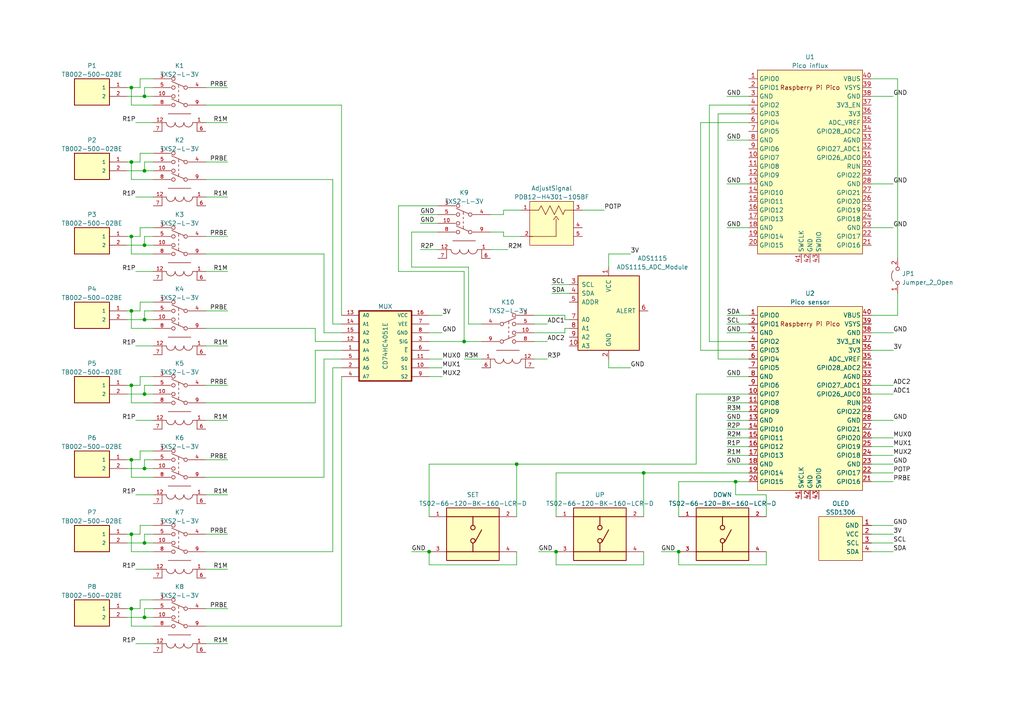
<source format=kicad_sch>
(kicad_sch (version 20230121) (generator eeschema)
  (paper "A4")
  (lib_symbols
    (symbol "CD74HC4051E:CD74HC4051E" (pin_names (offset 1.016))
      (property "Reference" "U" (at -7.62 11.43 0))
      (property "Value" "CD74HC4051E" (at -7.62 -15.24 0))
      (symbol "CD74HC4051E_0_0"
        (rectangle (start -8.89 8.89) (end 6.35 -11.43) (stroke (width 0.41)) (fill (type background)))
        (pin bidirectional line (at -13.97 -2.54 0) (length 5.08) (name "A4") (number "1"))
        (pin input line (at 11.43 -7.62 180) (length 5.08) (name "S1") (number "10"))
        (pin input line (at 11.43 -5.08 180) (length 5.08) (name "S0") (number "11"))
        (pin bidirectional line (at -13.97 0 0) (length 5.08) (name "A3") (number "12"))
        (pin bidirectional line (at -13.97 7.62 0) (length 5.08) (name "A0") (number "13"))
        (pin bidirectional line (at -13.97 5.08 0) (length 5.08) (name "A1") (number "14"))
        (pin bidirectional line (at -13.97 2.54 0) (length 5.08) (name "A2") (number "15"))
        (pin power_in line (at 11.43 7.62 180) (length 5.08) (name "VCC") (number "16"))
        (pin bidirectional line (at -13.97 -7.62 0) (length 5.08) (name "A6") (number "2"))
        (pin bidirectional line (at -13.97 -10.16 0) (length 5.08) (name "A7") (number "4"))
        (pin bidirectional line (at -13.97 -5.08 0) (length 5.08) (name "A5") (number "5"))
        (pin input line (at 11.43 -2.54 180) (length 5.08) (name "~{E}") (number "6"))
        (pin power_in line (at 11.43 5.08 180) (length 5.08) (name "VEE") (number "7"))
        (pin power_in line (at 11.43 2.54 180) (length 5.08) (name "GND") (number "8"))
        (pin input line (at 11.43 -10.16 180) (length 5.08) (name "S2") (number "9"))
      )
      (symbol "CD74HC4051E_1_0"
        (pin bidirectional line (at 11.43 0 180) (length 5.08) (name "SIG") (number "3"))
      )
    )
    (symbol "Charleslabs_Parts:ADS1115_ADC_Module" (pin_names (offset 1.016))
      (property "Reference" "A" (at -8.89 11.43 0))
      (property "Value" "ADS1115_ADC_Module" (at 12.7 11.43 0))
      (symbol "ADS1115_ADC_Module_0_1"
        (rectangle (start -8.89 10.16) (end 8.89 -11.43) (stroke (width 0.254)) (fill (type background)))
      )
      (symbol "ADS1115_ADC_Module_1_1"
        (pin power_in line (at 0 12.7 270) (length 2.54) (name "VCC") (number "1"))
        (pin input line (at -11.43 -10.16 0) (length 2.54) (name "A3") (number "10"))
        (pin power_in line (at 0 -13.97 90) (length 2.54) (name "GND") (number "2"))
        (pin input line (at -11.43 7.62 0) (length 2.54) (name "SCL") (number "3"))
        (pin bidirectional line (at -11.43 5.08 0) (length 2.54) (name "SDA") (number "4"))
        (pin input line (at -11.43 2.54 0) (length 2.54) (name "ADDR") (number "5"))
        (pin output line (at 11.43 0 180) (length 2.54) (name "ALERT") (number "6"))
        (pin input line (at -11.43 -2.54 0) (length 2.54) (name "A0") (number "7"))
        (pin input line (at -11.43 -5.08 0) (length 2.54) (name "A1") (number "8"))
        (pin input line (at -11.43 -7.62 0) (length 2.54) (name "A2") (number "9"))
      )
    )
    (symbol "Jumper:Jumper_2_Open" (pin_names (offset 0) hide)
      (property "Reference" "JP" (at 0 2.794 0))
      (property "Value" "Jumper_2_Open" (at 0 -2.286 0))
      (symbol "Jumper_2_Open_0_0"
        (circle (center -2.032 0) (radius 0.508))
        (circle (center 2.032 0) (radius 0.508))
      )
      (symbol "Jumper_2_Open_0_1"
        (arc (start 1.524 1.27) (mid 0 1.778) (end -1.524 1.27))
      )
      (symbol "Jumper_2_Open_1_1"
        (pin passive line (at -5.08 0 0) (length 2.54) (name "A") (number "1"))
        (pin passive line (at 5.08 0 180) (length 2.54) (name "B") (number "2"))
      )
    )
    (symbol "MCU_RaspberryPi_and_Boards:Pico"
      (property "Reference" "U" (at -13.97 27.94 0))
      (property "Value" "Pico" (at 0 19.05 0))
      (symbol "Pico_0_0"
        (text "Raspberry Pi Pico" (at 0 21.59 0) (effects (font (size 1.27 1.27))))
      )
      (symbol "Pico_0_1"
        (rectangle (start -15.24 26.67) (end 15.24 -26.67) (fill (type background)))
      )
      (symbol "Pico_1_1"
        (pin bidirectional line (at -17.78 24.13 0) (length 2.54) (name "GPIO0") (number "1"))
        (pin bidirectional line (at -17.78 1.27 0) (length 2.54) (name "GPIO7") (number "10"))
        (pin bidirectional line (at -17.78 -1.27 0) (length 2.54) (name "GPIO8") (number "11"))
        (pin bidirectional line (at -17.78 -3.81 0) (length 2.54) (name "GPIO9") (number "12"))
        (pin power_in line (at -17.78 -6.35 0) (length 2.54) (name "GND") (number "13"))
        (pin bidirectional line (at -17.78 -8.89 0) (length 2.54) (name "GPIO10") (number "14"))
        (pin bidirectional line (at -17.78 -11.43 0) (length 2.54) (name "GPIO11") (number "15"))
        (pin bidirectional line (at -17.78 -13.97 0) (length 2.54) (name "GPIO12") (number "16"))
        (pin bidirectional line (at -17.78 -16.51 0) (length 2.54) (name "GPIO13") (number "17"))
        (pin power_in line (at -17.78 -19.05 0) (length 2.54) (name "GND") (number "18"))
        (pin bidirectional line (at -17.78 -21.59 0) (length 2.54) (name "GPIO14") (number "19"))
        (pin bidirectional line (at -17.78 21.59 0) (length 2.54) (name "GPIO1") (number "2"))
        (pin bidirectional line (at -17.78 -24.13 0) (length 2.54) (name "GPIO15") (number "20"))
        (pin bidirectional line (at 17.78 -24.13 180) (length 2.54) (name "GPIO16") (number "21"))
        (pin bidirectional line (at 17.78 -21.59 180) (length 2.54) (name "GPIO17") (number "22"))
        (pin power_in line (at 17.78 -19.05 180) (length 2.54) (name "GND") (number "23"))
        (pin bidirectional line (at 17.78 -16.51 180) (length 2.54) (name "GPIO18") (number "24"))
        (pin bidirectional line (at 17.78 -13.97 180) (length 2.54) (name "GPIO19") (number "25"))
        (pin bidirectional line (at 17.78 -11.43 180) (length 2.54) (name "GPIO20") (number "26"))
        (pin bidirectional line (at 17.78 -8.89 180) (length 2.54) (name "GPIO21") (number "27"))
        (pin power_in line (at 17.78 -6.35 180) (length 2.54) (name "GND") (number "28"))
        (pin bidirectional line (at 17.78 -3.81 180) (length 2.54) (name "GPIO22") (number "29"))
        (pin power_in line (at -17.78 19.05 0) (length 2.54) (name "GND") (number "3"))
        (pin input line (at 17.78 -1.27 180) (length 2.54) (name "RUN") (number "30"))
        (pin bidirectional line (at 17.78 1.27 180) (length 2.54) (name "GPIO26_ADC0") (number "31"))
        (pin bidirectional line (at 17.78 3.81 180) (length 2.54) (name "GPIO27_ADC1") (number "32"))
        (pin power_in line (at 17.78 6.35 180) (length 2.54) (name "AGND") (number "33"))
        (pin bidirectional line (at 17.78 8.89 180) (length 2.54) (name "GPIO28_ADC2") (number "34"))
        (pin power_in line (at 17.78 11.43 180) (length 2.54) (name "ADC_VREF") (number "35"))
        (pin power_in line (at 17.78 13.97 180) (length 2.54) (name "3V3") (number "36"))
        (pin input line (at 17.78 16.51 180) (length 2.54) (name "3V3_EN") (number "37"))
        (pin bidirectional line (at 17.78 19.05 180) (length 2.54) (name "GND") (number "38"))
        (pin power_in line (at 17.78 21.59 180) (length 2.54) (name "VSYS") (number "39"))
        (pin bidirectional line (at -17.78 16.51 0) (length 2.54) (name "GPIO2") (number "4"))
        (pin power_in line (at 17.78 24.13 180) (length 2.54) (name "VBUS") (number "40"))
        (pin input line (at -2.54 -29.21 90) (length 2.54) (name "SWCLK") (number "41"))
        (pin power_in line (at 0 -29.21 90) (length 2.54) (name "GND") (number "42"))
        (pin bidirectional line (at 2.54 -29.21 90) (length 2.54) (name "SWDIO") (number "43"))
        (pin bidirectional line (at -17.78 13.97 0) (length 2.54) (name "GPIO3") (number "5"))
        (pin bidirectional line (at -17.78 11.43 0) (length 2.54) (name "GPIO4") (number "6"))
        (pin bidirectional line (at -17.78 8.89 0) (length 2.54) (name "GPIO5") (number "7"))
        (pin power_in line (at -17.78 6.35 0) (length 2.54) (name "GND") (number "8"))
        (pin bidirectional line (at -17.78 3.81 0) (length 2.54) (name "GPIO6") (number "9"))
      )
    )
    (symbol "SSD1306-128x64_OLED:SSD1306" (pin_names (offset 1.016))
      (property "Reference" "Brd" (at 0 -3.81 0))
      (property "Value" "SSD1306" (at 0 -1.27 0))
      (symbol "SSD1306_0_1"
        (rectangle (start -6.35 6.35) (end 6.35 -6.35) (fill (type background)))
      )
      (symbol "SSD1306_1_1"
        (pin input line (at -3.81 8.89 270) (length 2.54) (name "GND") (number "1"))
        (pin input line (at -1.27 8.89 270) (length 2.54) (name "VCC") (number "2"))
        (pin input line (at 1.27 8.89 270) (length 2.54) (name "SCL") (number "3"))
        (pin input line (at 3.81 8.89 270) (length 2.54) (name "SDA") (number "4"))
      )
    )
    (symbol "TB002-500-02BE:TB002-500-02BE" (pin_names (offset 1.016))
      (property "Reference" "J" (at -5.58 5.08 0))
      (property "Value" "TB002-500-02BE" (at -5.08 -5.08 0))
      (symbol "TB002-500-02BE_0_0"
        (rectangle (start -5.08 -2.54) (end 5.08 5.08) (stroke (width 0.254)) (fill (type background)))
        (pin passive line (at -10.16 2.54 0) (length 5.08) (name "1") (number "1"))
        (pin passive line (at -10.16 0 0) (length 5.08) (name "2") (number "2"))
      )
    )
    (symbol "TS02-66-120-BK-160-LCR-D:TS02-66-120-BK-160-LCR-D" (pin_names (offset 1.016))
      (property "Reference" "S" (at -7.62 8.382 0))
      (property "Value" "TS02-66-120-BK-160-LCR-D" (at -7.62 -8.382 0))
      (symbol "TS02-66-120-BK-160-LCR-D_0_0"
        (rectangle (start -7.62 -7.62) (end 7.62 7.62) (stroke (width 0.254)) (fill (type background)))
        (circle (center 0 -1.905) (radius 0.635) (stroke (width 0.254)))
        (polyline (pts (xy 0 -5.08) (xy -7.62 -5.08)) (stroke (width 0.254)))
        (polyline (pts (xy 0 -5.08) (xy 7.62 -5.08)) (stroke (width 0.254)))
        (polyline (pts (xy 0 -2.54) (xy 0 -5.08)) (stroke (width 0.254)))
        (polyline (pts (xy 0 5.08) (xy -7.62 5.08)) (stroke (width 0.254)))
        (polyline (pts (xy 0 5.08) (xy 0 2.54)) (stroke (width 0.254)))
        (polyline (pts (xy 0 5.08) (xy 7.62 5.08)) (stroke (width 0.254)))
        (polyline (pts (xy 0.635 -2.2225) (xy 2.54 1.27)) (stroke (width 0.254)))
        (circle (center 0 1.905) (radius 0.635) (stroke (width 0.254)))
        (pin passive line (at -12.7 5.08 0) (length 5.08) (name "~") (number "1"))
        (pin passive line (at 12.7 5.08 180) (length 5.08) (name "~") (number "2"))
        (pin passive line (at -12.7 -5.08 0) (length 5.08) (name "~") (number "3"))
        (pin passive line (at 12.7 -5.08 180) (length 5.08) (name "~") (number "4"))
      )
    )
    (symbol "dtdp-relay-txs2-l-3v:TXS2-L-3V" (pin_names (offset 1.016))
      (property "Reference" "K" (at 0 7.62 0))
      (property "Value" "TXS2-L-3V" (at 0 10.16 0))
      (symbol "TXS2-L-3V_1_1"
        (polyline (pts (xy 5.08 -10.16) (xy 5.08 -12.7)))
        (polyline (pts (xy 8.89 -4.826) (xy 12.446 -3.302)))
        (polyline (pts (xy 8.89 0.254) (xy 12.446 1.778)))
        (polyline (pts (xy 10.414 -3.302) (xy 10.414 -4.064)))
        (polyline (pts (xy 10.414 -2.032) (xy 10.414 -2.54)))
        (polyline (pts (xy 10.414 -0.762) (xy 10.414 -1.27)))
        (polyline (pts (xy 10.414 0.762) (xy 10.414 0)))
        (polyline (pts (xy 13.462 -7.62) (xy 6.858 -7.62)))
        (polyline (pts (xy 15.24 -10.16) (xy 15.24 -12.7)))
        (arc (start 6.35 -10.16) (mid 7.62 -11.4245) (end 8.89 -10.16))
        (circle (center 8.382 -5.08) (radius 0.508))
        (circle (center 8.382 0) (radius 0.508))
        (arc (start 8.89 -10.16) (mid 10.16 -11.4245) (end 11.43 -10.16))
        (arc (start 11.43 -10.16) (mid 12.7 -11.4245) (end 13.97 -10.16))
        (circle (center 11.938 -5.08) (radius 0.508))
        (circle (center 11.938 -2.54) (radius 0.508))
        (circle (center 11.938 0) (radius 0.508))
        (circle (center 11.938 2.54) (radius 0.508))
        (pin passive line (at 2.54 -10.16 0) (length 3.81) (name "SET+") (number "1"))
        (pin passive line (at 17.78 -2.54 180) (length 5.08) (name "10") (number "10"))
        (pin passive line (at 17.78 -10.16 180) (length 3.81) (name "RESET+") (number "12"))
        (pin passive line (at 17.78 2.54 180) (length 5.08) (name "3") (number "3"))
        (pin passive line (at 2.54 0 0) (length 5.08) (name "4") (number "4"))
        (pin passive line (at 17.78 0 180) (length 5.08) (name "5") (number "5"))
        (pin passive line (at 2.54 -12.7 0) (length 2.54) (name "SET-") (number "6"))
        (pin passive line (at 17.78 -12.7 180) (length 2.54) (name "RESET-") (number "7"))
        (pin passive line (at 17.78 -5.08 180) (length 5.08) (name "8") (number "8"))
        (pin passive line (at 2.54 -5.08 0) (length 5.08) (name "9") (number "9"))
      )
    )
    (symbol "pot-1m:PDB12-H4301-105BF" (pin_names (offset 1.016))
      (property "Reference" "VR" (at 0 5.08 0))
      (property "Value" "PDB12-H4301-105BF" (at 0 7.62 0))
      (symbol "PDB12-H4301-105BF_1_1"
        (polyline (pts (xy 7.62 0) (xy 5.08 0)))
        (polyline (pts (xy 7.62 0) (xy 8.382 1.27)))
        (polyline (pts (xy 8.382 1.27) (xy 9.652 -1.27)))
        (polyline (pts (xy 9.652 -1.27) (xy 10.922 1.27)))
        (polyline (pts (xy 10.922 1.27) (xy 12.192 -1.27)))
        (polyline (pts (xy 12.192 -1.27) (xy 13.462 1.27)))
        (polyline (pts (xy 12.7 -7.62) (xy 5.08 -7.62)))
        (polyline (pts (xy 12.7 -2.54) (xy 12.7 -7.62)))
        (polyline (pts (xy 12.7 -1.778) (xy 11.938 -2.794)))
        (polyline (pts (xy 12.7 -1.778) (xy 13.462 -2.794)))
        (polyline (pts (xy 13.462 1.27) (xy 14.732 -1.27)))
        (polyline (pts (xy 14.732 -1.27) (xy 15.24 0)))
        (polyline (pts (xy 15.24 0) (xy 17.78 0)))
        (rectangle (start 5.08 2.54) (end 17.78 -10.16) (fill (type background)))
        (pin unspecified line (at 2.54 0 0) (length 2.54) (name "1") (number "1"))
        (pin unspecified line (at 2.54 -7.62 0) (length 3.302) (name "2") (number "2"))
        (pin unspecified line (at 20.32 0 180) (length 2.54) (name "3") (number "3"))
        (pin unspecified line (at 20.32 -5.08 180) (length 2.54) (name "MNT_1") (number "4"))
        (pin unspecified line (at 20.32 -7.62 180) (length 2.54) (name "MNT_2") (number "5"))
      )
    )
  )
  (junction (at 196.85 160.02))
  (junction (at 41.91 179.07))
  (junction (at 38.1 111.76))
  (junction (at 41.91 49.53))
  (junction (at 38.1 46.99))
  (junction (at 134.62 99.06))
  (junction (at 38.1 154.94))
  (junction (at 161.29 160.02))
  (junction (at 41.91 157.48))
  (junction (at 38.1 90.17))
  (junction (at 38.1 68.58))
  (junction (at 38.1 133.35))
  (junction (at 41.91 135.89))
  (junction (at 41.91 92.71))
  (junction (at 41.91 27.94))
  (junction (at 186.69 137.16))
  (junction (at 38.1 176.53))
  (junction (at 38.1 25.4))
  (junction (at 149.86 134.62))
  (junction (at 213.36 139.7))
  (junction (at 41.91 114.3))
  (junction (at 124.46 160.02))
  (junction (at 41.91 71.12))
  (wire (pts (xy 44.45 30.48) (xy 38.1 30.48)))
  (wire (pts (xy 203.2 101.6) (xy 203.2 35.56)))
  (wire (pts (xy 66.04 90.17) (xy 59.69 90.17)))
  (wire (pts (xy 44.45 121.92) (xy 39.37 121.92)))
  (wire (pts (xy 66.04 100.33) (xy 59.69 100.33)))
  (wire (pts (xy 41.91 68.58) (xy 41.91 71.12)))
  (wire (pts (xy 41.91 46.99) (xy 41.91 49.53)))
  (wire (pts (xy 44.45 109.22) (xy 40.64 109.22)))
  (wire (pts (xy 44.45 111.76) (xy 41.91 111.76)))
  (wire (pts (xy 66.04 35.56) (xy 59.69 35.56)))
  (wire (pts (xy 161.29 160.02) (xy 161.29 163.83)))
  (wire (pts (xy 142.24 67.31) (xy 146.05 67.31)))
  (wire (pts (xy 96.52 106.68) (xy 96.52 160.02)))
  (wire (pts (xy 44.45 44.45) (xy 40.64 44.45)))
  (wire (pts (xy 252.73 134.62) (xy 259.08 134.62)))
  (wire (pts (xy 59.69 52.07) (xy 96.52 52.07)))
  (wire (pts (xy 44.45 73.66) (xy 38.1 73.66)))
  (wire (pts (xy 252.73 121.92) (xy 259.08 121.92)))
  (wire (pts (xy 210.82 129.54) (xy 217.17 129.54)))
  (wire (pts (xy 93.98 138.43) (xy 93.98 104.14)))
  (wire (pts (xy 208.28 33.02) (xy 217.17 33.02)))
  (wire (pts (xy 36.83 157.48) (xy 41.91 157.48)))
  (wire (pts (xy 210.82 127) (xy 217.17 127)))
  (wire (pts (xy 40.64 66.04) (xy 40.64 68.58)))
  (wire (pts (xy 99.06 181.61) (xy 59.69 181.61)))
  (wire (pts (xy 66.04 176.53) (xy 59.69 176.53)))
  (wire (pts (xy 38.1 95.25) (xy 38.1 90.17)))
  (wire (pts (xy 96.52 93.98) (xy 99.06 93.98)))
  (wire (pts (xy 151.13 60.96) (xy 146.05 60.96)))
  (wire (pts (xy 210.82 134.62) (xy 217.17 134.62)))
  (wire (pts (xy 210.82 116.84) (xy 217.17 116.84)))
  (wire (pts (xy 41.91 114.3) (xy 44.45 114.3)))
  (wire (pts (xy 119.38 160.02) (xy 124.46 160.02)))
  (wire (pts (xy 252.73 137.16) (xy 259.08 137.16)))
  (wire (pts (xy 41.91 71.12) (xy 44.45 71.12)))
  (wire (pts (xy 210.82 27.94) (xy 217.17 27.94)))
  (wire (pts (xy 44.45 143.51) (xy 39.37 143.51)))
  (wire (pts (xy 154.94 93.98) (xy 158.75 93.98)))
  (wire (pts (xy 38.1 138.43) (xy 38.1 133.35)))
  (wire (pts (xy 210.82 132.08) (xy 217.17 132.08)))
  (wire (pts (xy 41.91 176.53) (xy 41.91 179.07)))
  (wire (pts (xy 59.69 116.84) (xy 91.44 116.84)))
  (wire (pts (xy 151.13 68.58) (xy 146.05 68.58)))
  (wire (pts (xy 44.45 100.33) (xy 39.37 100.33)))
  (wire (pts (xy 149.86 134.62) (xy 149.86 149.86)))
  (wire (pts (xy 160.02 85.09) (xy 165.1 85.09)))
  (wire (pts (xy 40.64 152.4) (xy 40.64 154.94)))
  (wire (pts (xy 66.04 133.35) (xy 59.69 133.35)))
  (wire (pts (xy 163.83 95.25) (xy 165.1 95.25)))
  (wire (pts (xy 119.38 67.31) (xy 119.38 77.47)))
  (wire (pts (xy 124.46 91.44) (xy 128.27 91.44)))
  (wire (pts (xy 40.64 111.76) (xy 38.1 111.76)))
  (wire (pts (xy 124.46 160.02) (xy 124.46 163.83)))
  (wire (pts (xy 210.82 53.34) (xy 217.17 53.34)))
  (wire (pts (xy 93.98 104.14) (xy 99.06 104.14)))
  (wire (pts (xy 66.04 68.58) (xy 59.69 68.58)))
  (wire (pts (xy 146.05 60.96) (xy 146.05 62.23)))
  (wire (pts (xy 44.45 154.94) (xy 41.91 154.94)))
  (wire (pts (xy 44.45 186.69) (xy 39.37 186.69)))
  (wire (pts (xy 40.64 46.99) (xy 38.1 46.99)))
  (wire (pts (xy 210.82 93.98) (xy 217.17 93.98)))
  (wire (pts (xy 93.98 96.52) (xy 99.06 96.52)))
  (wire (pts (xy 38.1 68.58) (xy 36.83 68.58)))
  (wire (pts (xy 121.92 64.77) (xy 127 64.77)))
  (wire (pts (xy 149.86 160.02) (xy 149.86 163.83)))
  (wire (pts (xy 135.89 77.47) (xy 135.89 93.98)))
  (wire (pts (xy 191.77 160.02) (xy 196.85 160.02)))
  (wire (pts (xy 119.38 77.47) (xy 135.89 77.47)))
  (wire (pts (xy 252.73 111.76) (xy 259.08 111.76)))
  (wire (pts (xy 38.1 90.17) (xy 36.83 90.17)))
  (wire (pts (xy 205.74 99.06) (xy 205.74 30.48)))
  (wire (pts (xy 161.29 149.86) (xy 161.29 137.16)))
  (wire (pts (xy 134.62 104.14) (xy 139.7 104.14)))
  (wire (pts (xy 252.73 152.4) (xy 259.08 152.4)))
  (wire (pts (xy 96.52 52.07) (xy 96.52 93.98)))
  (wire (pts (xy 41.91 135.89) (xy 44.45 135.89)))
  (wire (pts (xy 93.98 73.66) (xy 93.98 96.52)))
  (wire (pts (xy 38.1 30.48) (xy 38.1 25.4)))
  (wire (pts (xy 154.94 104.14) (xy 158.75 104.14)))
  (wire (pts (xy 40.64 90.17) (xy 38.1 90.17)))
  (wire (pts (xy 66.04 78.74) (xy 59.69 78.74)))
  (wire (pts (xy 168.91 60.96) (xy 175.26 60.96)))
  (wire (pts (xy 40.64 133.35) (xy 38.1 133.35)))
  (wire (pts (xy 41.91 27.94) (xy 44.45 27.94)))
  (wire (pts (xy 44.45 46.99) (xy 41.91 46.99)))
  (wire (pts (xy 210.82 121.92) (xy 217.17 121.92)))
  (wire (pts (xy 99.06 91.44) (xy 99.06 30.48)))
  (wire (pts (xy 196.85 149.86) (xy 196.85 139.7)))
  (wire (pts (xy 41.91 90.17) (xy 41.91 92.71)))
  (wire (pts (xy 66.04 46.99) (xy 59.69 46.99)))
  (wire (pts (xy 44.45 68.58) (xy 41.91 68.58)))
  (wire (pts (xy 44.45 152.4) (xy 40.64 152.4)))
  (wire (pts (xy 127 67.31) (xy 119.38 67.31)))
  (wire (pts (xy 222.25 163.83) (xy 196.85 163.83)))
  (wire (pts (xy 176.53 77.47) (xy 176.53 73.66)))
  (wire (pts (xy 44.45 133.35) (xy 41.91 133.35)))
  (wire (pts (xy 252.73 127) (xy 259.08 127)))
  (wire (pts (xy 252.73 139.7) (xy 259.08 139.7)))
  (wire (pts (xy 121.92 72.39) (xy 127 72.39)))
  (wire (pts (xy 201.93 134.62) (xy 201.93 114.3)))
  (wire (pts (xy 156.21 160.02) (xy 161.29 160.02)))
  (wire (pts (xy 196.85 160.02) (xy 196.85 163.83)))
  (wire (pts (xy 40.64 154.94) (xy 38.1 154.94)))
  (wire (pts (xy 66.04 57.15) (xy 59.69 57.15)))
  (wire (pts (xy 142.24 72.39) (xy 147.32 72.39)))
  (wire (pts (xy 176.53 104.14) (xy 176.53 106.68)))
  (wire (pts (xy 38.1 116.84) (xy 38.1 111.76)))
  (wire (pts (xy 66.04 25.4) (xy 59.69 25.4)))
  (wire (pts (xy 252.73 114.3) (xy 259.08 114.3)))
  (wire (pts (xy 41.91 25.4) (xy 41.91 27.94)))
  (wire (pts (xy 252.73 96.52) (xy 259.08 96.52)))
  (wire (pts (xy 121.92 62.23) (xy 127 62.23)))
  (wire (pts (xy 210.82 109.22) (xy 217.17 109.22)))
  (wire (pts (xy 40.64 176.53) (xy 38.1 176.53)))
  (wire (pts (xy 41.91 111.76) (xy 41.91 114.3)))
  (wire (pts (xy 217.17 104.14) (xy 208.28 104.14)))
  (wire (pts (xy 41.91 92.71) (xy 44.45 92.71)))
  (wire (pts (xy 124.46 149.86) (xy 124.46 134.62)))
  (wire (pts (xy 44.45 116.84) (xy 38.1 116.84)))
  (wire (pts (xy 252.73 132.08) (xy 259.08 132.08)))
  (wire (pts (xy 38.1 154.94) (xy 36.83 154.94)))
  (wire (pts (xy 154.94 91.44) (xy 163.83 91.44)))
  (wire (pts (xy 252.73 66.04) (xy 259.08 66.04)))
  (wire (pts (xy 59.69 73.66) (xy 93.98 73.66)))
  (wire (pts (xy 201.93 114.3) (xy 217.17 114.3)))
  (wire (pts (xy 210.82 66.04) (xy 217.17 66.04)))
  (wire (pts (xy 154.94 99.06) (xy 158.75 99.06)))
  (wire (pts (xy 149.86 163.83) (xy 124.46 163.83)))
  (wire (pts (xy 210.82 124.46) (xy 217.17 124.46)))
  (wire (pts (xy 38.1 160.02) (xy 38.1 154.94)))
  (wire (pts (xy 59.69 95.25) (xy 91.44 95.25)))
  (wire (pts (xy 203.2 35.56) (xy 217.17 35.56)))
  (wire (pts (xy 36.83 49.53) (xy 41.91 49.53)))
  (wire (pts (xy 44.45 138.43) (xy 38.1 138.43)))
  (wire (pts (xy 91.44 99.06) (xy 99.06 99.06)))
  (wire (pts (xy 210.82 96.52) (xy 217.17 96.52)))
  (wire (pts (xy 196.85 139.7) (xy 213.36 139.7)))
  (wire (pts (xy 142.24 62.23) (xy 146.05 62.23)))
  (wire (pts (xy 210.82 119.38) (xy 217.17 119.38)))
  (wire (pts (xy 213.36 139.7) (xy 217.17 139.7)))
  (wire (pts (xy 36.83 114.3) (xy 41.91 114.3)))
  (wire (pts (xy 91.44 116.84) (xy 91.44 101.6)))
  (wire (pts (xy 36.83 71.12) (xy 41.91 71.12)))
  (wire (pts (xy 66.04 121.92) (xy 59.69 121.92)))
  (wire (pts (xy 210.82 40.64) (xy 217.17 40.64)))
  (wire (pts (xy 40.64 87.63) (xy 40.64 90.17)))
  (wire (pts (xy 186.69 137.16) (xy 217.17 137.16)))
  (wire (pts (xy 163.83 96.52) (xy 163.83 95.25)))
  (wire (pts (xy 59.69 138.43) (xy 93.98 138.43)))
  (wire (pts (xy 252.73 160.02) (xy 259.08 160.02)))
  (wire (pts (xy 161.29 137.16) (xy 186.69 137.16)))
  (wire (pts (xy 124.46 109.22) (xy 128.27 109.22)))
  (wire (pts (xy 66.04 154.94) (xy 59.69 154.94)))
  (wire (pts (xy 213.36 139.7) (xy 213.36 143.51)))
  (wire (pts (xy 38.1 176.53) (xy 36.83 176.53)))
  (wire (pts (xy 41.91 154.94) (xy 41.91 157.48)))
  (wire (pts (xy 40.64 109.22) (xy 40.64 111.76)))
  (wire (pts (xy 44.45 66.04) (xy 40.64 66.04)))
  (wire (pts (xy 208.28 104.14) (xy 208.28 33.02)))
  (wire (pts (xy 41.91 133.35) (xy 41.91 135.89)))
  (wire (pts (xy 252.73 27.94) (xy 259.08 27.94)))
  (wire (pts (xy 44.45 176.53) (xy 41.91 176.53)))
  (wire (pts (xy 252.73 53.34) (xy 259.08 53.34)))
  (wire (pts (xy 38.1 111.76) (xy 36.83 111.76)))
  (wire (pts (xy 44.45 22.86) (xy 40.64 22.86)))
  (wire (pts (xy 124.46 99.06) (xy 134.62 99.06)))
  (wire (pts (xy 163.83 92.71) (xy 165.1 92.71)))
  (wire (pts (xy 222.25 160.02) (xy 222.25 163.83)))
  (wire (pts (xy 38.1 133.35) (xy 36.83 133.35)))
  (wire (pts (xy 176.53 106.68) (xy 182.88 106.68)))
  (wire (pts (xy 44.45 90.17) (xy 41.91 90.17)))
  (wire (pts (xy 66.04 111.76) (xy 59.69 111.76)))
  (wire (pts (xy 38.1 181.61) (xy 38.1 176.53)))
  (wire (pts (xy 146.05 68.58) (xy 146.05 67.31)))
  (wire (pts (xy 96.52 160.02) (xy 59.69 160.02)))
  (wire (pts (xy 38.1 25.4) (xy 36.83 25.4)))
  (wire (pts (xy 44.45 160.02) (xy 38.1 160.02)))
  (wire (pts (xy 134.62 78.74) (xy 115.57 78.74)))
  (wire (pts (xy 210.82 91.44) (xy 217.17 91.44)))
  (wire (pts (xy 40.64 25.4) (xy 38.1 25.4)))
  (wire (pts (xy 260.35 85.09) (xy 260.35 91.44)))
  (wire (pts (xy 154.94 96.52) (xy 163.83 96.52)))
  (wire (pts (xy 40.64 22.86) (xy 40.64 25.4)))
  (wire (pts (xy 44.45 52.07) (xy 38.1 52.07)))
  (wire (pts (xy 186.69 137.16) (xy 186.69 149.86)))
  (wire (pts (xy 186.69 163.83) (xy 161.29 163.83)))
  (wire (pts (xy 99.06 109.22) (xy 99.06 181.61)))
  (wire (pts (xy 38.1 52.07) (xy 38.1 46.99)))
  (wire (pts (xy 115.57 59.69) (xy 115.57 78.74)))
  (wire (pts (xy 44.45 25.4) (xy 41.91 25.4)))
  (wire (pts (xy 41.91 179.07) (xy 44.45 179.07)))
  (wire (pts (xy 40.64 130.81) (xy 40.64 133.35)))
  (wire (pts (xy 260.35 74.93) (xy 260.35 22.86)))
  (wire (pts (xy 134.62 99.06) (xy 139.7 99.06)))
  (wire (pts (xy 217.17 99.06) (xy 205.74 99.06)))
  (wire (pts (xy 44.45 35.56) (xy 39.37 35.56)))
  (wire (pts (xy 66.04 143.51) (xy 59.69 143.51)))
  (wire (pts (xy 163.83 91.44) (xy 163.83 92.71)))
  (wire (pts (xy 252.73 154.94) (xy 259.08 154.94)))
  (wire (pts (xy 66.04 165.1) (xy 59.69 165.1)))
  (wire (pts (xy 124.46 106.68) (xy 128.27 106.68)))
  (wire (pts (xy 134.62 99.06) (xy 134.62 78.74)))
  (wire (pts (xy 44.45 181.61) (xy 38.1 181.61)))
  (wire (pts (xy 66.04 186.69) (xy 59.69 186.69)))
  (wire (pts (xy 44.45 165.1) (xy 39.37 165.1)))
  (wire (pts (xy 252.73 129.54) (xy 259.08 129.54)))
  (wire (pts (xy 36.83 92.71) (xy 41.91 92.71)))
  (wire (pts (xy 40.64 173.99) (xy 40.64 176.53)))
  (wire (pts (xy 176.53 73.66) (xy 182.88 73.66)))
  (wire (pts (xy 260.35 91.44) (xy 252.73 91.44)))
  (wire (pts (xy 91.44 101.6) (xy 99.06 101.6)))
  (wire (pts (xy 160.02 82.55) (xy 165.1 82.55)))
  (wire (pts (xy 91.44 95.25) (xy 91.44 99.06)))
  (wire (pts (xy 124.46 104.14) (xy 128.27 104.14)))
  (wire (pts (xy 186.69 160.02) (xy 186.69 163.83)))
  (wire (pts (xy 149.86 134.62) (xy 201.93 134.62)))
  (wire (pts (xy 260.35 22.86) (xy 252.73 22.86)))
  (wire (pts (xy 222.25 149.86) (xy 222.25 143.51)))
  (wire (pts (xy 44.45 78.74) (xy 39.37 78.74)))
  (wire (pts (xy 41.91 157.48) (xy 44.45 157.48)))
  (wire (pts (xy 40.64 68.58) (xy 38.1 68.58)))
  (wire (pts (xy 252.73 157.48) (xy 259.08 157.48)))
  (wire (pts (xy 217.17 101.6) (xy 203.2 101.6)))
  (wire (pts (xy 135.89 93.98) (xy 139.7 93.98)))
  (wire (pts (xy 44.45 57.15) (xy 39.37 57.15)))
  (wire (pts (xy 127 59.69) (xy 115.57 59.69)))
  (wire (pts (xy 38.1 46.99) (xy 36.83 46.99)))
  (wire (pts (xy 205.74 30.48) (xy 217.17 30.48)))
  (wire (pts (xy 40.64 44.45) (xy 40.64 46.99)))
  (wire (pts (xy 38.1 73.66) (xy 38.1 68.58)))
  (wire (pts (xy 36.83 27.94) (xy 41.91 27.94)))
  (wire (pts (xy 36.83 179.07) (xy 41.91 179.07)))
  (wire (pts (xy 99.06 106.68) (xy 96.52 106.68)))
  (wire (pts (xy 252.73 101.6) (xy 259.08 101.6)))
  (wire (pts (xy 44.45 173.99) (xy 40.64 173.99)))
  (wire (pts (xy 44.45 130.81) (xy 40.64 130.81)))
  (wire (pts (xy 124.46 96.52) (xy 128.27 96.52)))
  (wire (pts (xy 99.06 30.48) (xy 59.69 30.48)))
  (wire (pts (xy 222.25 143.51) (xy 213.36 143.51)))
  (wire (pts (xy 44.45 87.63) (xy 40.64 87.63)))
  (wire (pts (xy 44.45 95.25) (xy 38.1 95.25)))
  (wire (pts (xy 124.46 134.62) (xy 149.86 134.62)))
  (wire (pts (xy 41.91 49.53) (xy 44.45 49.53)))
  (wire (pts (xy 36.83 135.89) (xy 41.91 135.89)))
  (label "PRBE" (at 259.08 139.7 0))
  (label "R3P" (at 210.82 116.84 0))
  (label "GND" (at 128.27 96.52 0))
  (label "SCL" (at 259.08 157.48 0))
  (label "GND" (at 210.82 121.92 0))
  (label "MUX2" (at 259.08 132.08 0))
  (label "GND" (at 259.08 53.34 0))
  (label "GND" (at 259.08 96.52 0))
  (label "R2M" (at 147.32 72.39 0))
  (label "R1M" (at 66.04 186.69 180))
  (label "SCL" (at 160.02 82.55 0))
  (label "PRBE" (at 66.04 46.99 180))
  (label "GND" (at 210.82 53.34 0))
  (label "3V" (at 128.27 91.44 0))
  (label "ADC1" (at 158.75 93.98 0))
  (label "R1P" (at 39.37 121.92 180))
  (label "SDA" (at 160.02 85.09 0))
  (label "R1P" (at 210.82 129.54 0))
  (label "R1P" (at 39.37 100.33 180))
  (label "PRBE" (at 66.04 133.35 180))
  (label "R1P" (at 39.37 57.15 180))
  (label "R1M" (at 66.04 78.74 180))
  (label "PRBE" (at 66.04 68.58 180))
  (label "R1M" (at 66.04 57.15 180))
  (label "3V" (at 259.08 154.94 0))
  (label "PRBE" (at 66.04 111.76 180))
  (label "MUX1" (at 128.27 106.68 0))
  (label "MUX1" (at 259.08 129.54 0))
  (label "R1M" (at 66.04 165.1 180))
  (label "R2P" (at 210.82 124.46 0))
  (label "SCL" (at 210.82 93.98 0))
  (label "R1M" (at 210.82 132.08 0))
  (label "GND" (at 259.08 66.04 0))
  (label "R1P" (at 39.37 165.1 180))
  (label "PRBE" (at 66.04 154.94 180))
  (label "GND" (at 210.82 109.22 0))
  (label "GND" (at 210.82 66.04 0))
  (label "R3M" (at 210.82 119.38 0))
  (label "POTP" (at 175.26 60.96 0))
  (label "GND" (at 156.21 160.02 0))
  (label "MUX0" (at 259.08 127 0))
  (label "R1M" (at 66.04 143.51 180))
  (label "R2M" (at 210.82 127 0))
  (label "GND" (at 259.08 27.94 0))
  (label "GND" (at 259.08 152.4 0))
  (label "ADC2" (at 259.08 111.76 0))
  (label "ADC2" (at 158.75 99.06 0))
  (label "R2P" (at 121.92 72.39 0))
  (label "3V" (at 182.88 73.66 0))
  (label "GND" (at 191.77 160.02 0))
  (label "R1P" (at 39.37 186.69 180))
  (label "PRBE" (at 66.04 90.17 180))
  (label "3V" (at 259.08 101.6 0))
  (label "MUX0" (at 128.27 104.14 0))
  (label "R1P" (at 39.37 78.74 180))
  (label "GND" (at 259.08 121.92 0))
  (label "SDA" (at 210.82 91.44 0))
  (label "GND" (at 259.08 134.62 0))
  (label "PRBE" (at 66.04 176.53 180))
  (label "GND" (at 210.82 96.52 0))
  (label "R1M" (at 66.04 35.56 180))
  (label "ADC1" (at 259.08 114.3 0))
  (label "POTP" (at 259.08 137.16 0))
  (label "GND" (at 210.82 134.62 0))
  (label "GND" (at 121.92 64.77 0))
  (label "MUX2" (at 128.27 109.22 0))
  (label "SDA" (at 259.08 160.02 0))
  (label "GND" (at 182.88 106.68 0))
  (label "R1P" (at 39.37 35.56 180))
  (label "R1M" (at 66.04 100.33 180))
  (label "R1M" (at 66.04 121.92 180))
  (label "R3M" (at 134.62 104.14 0))
  (label "R3P" (at 158.75 104.14 0))
  (label "GND" (at 210.82 27.94 0))
  (label "GND" (at 121.92 62.23 0))
  (label "PRBE" (at 66.04 25.4 180))
  (label "GND" (at 210.82 40.64 0))
  (label "GND" (at 119.38 160.02 0))
  (label "R1P" (at 39.37 143.51 180))
  (symbol (lib_id "dtdp-relay-txs2-l-3v:TXS2-L-3V") (at 62.23 46.99 0) (mirror y) (unit 1)
    (property "Reference" "K2" (at 52.07 40.64 0))
    (property "Value" "TXS2-L-3V" (at 52.07 43.18 0))
    (property "Footprint" "relay-dpdt-txs2-l-3v:Panasonic-TXS2-L-3V-MFG" (effects hide))
    (property "Datasheet" "https://www.panasonic-electric-works.com/pew/eu/downloads/ds_61022_en_txs.pdf" (effects hide))
    (property "ambient temperature range high" "+70°C" (effects hide))
    (property "ambient temperature range low" "-40°C" (effects hide))
    (property "automotive" "No" (effects hide))
    (property "category" "Relay" (effects hide))
    (property "coil current" "23.3mA" (effects hide))
    (property "coil power" "70mW" (effects hide))
    (property "coil resistance" "129Ω" (effects hide))
    (property "coil type" "Latching and Dual Coil" (effects hide))
    (property "coil voltage" "3V" (effects hide))
    (property "current rating" "1A" (effects hide))
    (property "device class L1" "Electromechanical" (effects hide))
    (property "device class L2" "Relays" (effects hide))
    (property "device class L3" "Signal Relays" (effects hide))
    (property "digikey description" "RELAY GEN PURPOSE DPDT 1A 3VDC" (effects hide))
    (property "digikey part number" "255-1899-ND" (effects hide))
    (property "height" "8.5mm" (effects hide))
    (property "lead free" "Yes" (effects hide))
    (property "library id" "4ebf0044635b4a95" (effects hide))
    (property "manufacturer" "Panasonic" (effects hide))
    (property "mouser description" "Low Signal Relays - PCB 2 Form C 2A 30VDC 3VDC" (effects hide))
    (property "mouser part number" "769-TXS2-L-3V" (effects hide))
    (property "number of contacts" "2" (effects hide))
    (property "package" "PTH_RELAY_15MM0_7MM4" (effects hide))
    (property "rohs" "Yes" (effects hide))
    (property "switching current" "1A" (effects hide))
    (property "switching power" "30W" (effects hide))
    (property "throw configuration" "DPDT" (effects hide))
  )
  (symbol (lib_id "TB002-500-02BE:TB002-500-02BE") (at 26.67 92.71 0) (mirror y) (unit 1)
    (property "Reference" "P4" (at 26.67 83.82 0))
    (property "Value" "TB002-500-02BE" (at 26.67 86.36 0))
    (property "Footprint" "TB002-500-02BE:CUI_TB002-500-02BE" (effects hide))
    (property "MANUFACTURER" "CUI" (effects hide))
  )
  (symbol (lib_id "Jumper:Jumper_2_Open") (at 260.35 80.01 90) (unit 1)
    (property "Reference" "JP1" (at 261.62 79.375 90) (effects (justify right)))
    (property "Value" "Jumper_2_Open" (at 261.62 81.915 90) (effects (justify right)))
    (property "Footprint" "Connector_PinHeader_2.54mm:PinHeader_1x02_P2.54mm_Vertical" (effects hide))
  )
  (symbol (lib_id "CD74HC4051E:CD74HC4051E") (at 113.03 99.06 0) (unit 1)
    (property "Reference" "MUX" (at 111.76 88.9 0))
    (property "Value" "CD74HC4051E" (at 111.76 100.33 90))
    (property "Footprint" "CD74HC4051E:DIP794W45P254L1969H508Q16" (effects hide))
  )
  (symbol (lib_id "dtdp-relay-txs2-l-3v:TXS2-L-3V") (at 62.23 154.94 0) (mirror y) (unit 1)
    (property "Reference" "K7" (at 52.07 148.59 0))
    (property "Value" "TXS2-L-3V" (at 52.07 151.13 0))
    (property "Footprint" "relay-dpdt-txs2-l-3v:Panasonic-TXS2-L-3V-MFG" (effects hide))
    (property "Datasheet" "https://www.panasonic-electric-works.com/pew/eu/downloads/ds_61022_en_txs.pdf" (effects hide))
    (property "ambient temperature range high" "+70°C" (effects hide))
    (property "ambient temperature range low" "-40°C" (effects hide))
    (property "automotive" "No" (effects hide))
    (property "category" "Relay" (effects hide))
    (property "coil current" "23.3mA" (effects hide))
    (property "coil power" "70mW" (effects hide))
    (property "coil resistance" "129Ω" (effects hide))
    (property "coil type" "Latching and Dual Coil" (effects hide))
    (property "coil voltage" "3V" (effects hide))
    (property "current rating" "1A" (effects hide))
    (property "device class L1" "Electromechanical" (effects hide))
    (property "device class L2" "Relays" (effects hide))
    (property "device class L3" "Signal Relays" (effects hide))
    (property "digikey description" "RELAY GEN PURPOSE DPDT 1A 3VDC" (effects hide))
    (property "digikey part number" "255-1899-ND" (effects hide))
    (property "height" "8.5mm" (effects hide))
    (property "lead free" "Yes" (effects hide))
    (property "library id" "4ebf0044635b4a95" (effects hide))
    (property "manufacturer" "Panasonic" (effects hide))
    (property "mouser description" "Low Signal Relays - PCB 2 Form C 2A 30VDC 3VDC" (effects hide))
    (property "mouser part number" "769-TXS2-L-3V" (effects hide))
    (property "number of contacts" "2" (effects hide))
    (property "package" "PTH_RELAY_15MM0_7MM4" (effects hide))
    (property "rohs" "Yes" (effects hide))
    (property "switching current" "1A" (effects hide))
    (property "switching power" "30W" (effects hide))
    (property "throw configuration" "DPDT" (effects hide))
  )
  (symbol (lib_id "dtdp-relay-txs2-l-3v:TXS2-L-3V") (at 62.23 176.53 0) (mirror y) (unit 1)
    (property "Reference" "K8" (at 52.07 170.18 0))
    (property "Value" "TXS2-L-3V" (at 52.07 172.72 0))
    (property "Footprint" "relay-dpdt-txs2-l-3v:Panasonic-TXS2-L-3V-MFG" (effects hide))
    (property "Datasheet" "https://www.panasonic-electric-works.com/pew/eu/downloads/ds_61022_en_txs.pdf" (effects hide))
    (property "ambient temperature range high" "+70°C" (effects hide))
    (property "ambient temperature range low" "-40°C" (effects hide))
    (property "automotive" "No" (effects hide))
    (property "category" "Relay" (effects hide))
    (property "coil current" "23.3mA" (effects hide))
    (property "coil power" "70mW" (effects hide))
    (property "coil resistance" "129Ω" (effects hide))
    (property "coil type" "Latching and Dual Coil" (effects hide))
    (property "coil voltage" "3V" (effects hide))
    (property "current rating" "1A" (effects hide))
    (property "device class L1" "Electromechanical" (effects hide))
    (property "device class L2" "Relays" (effects hide))
    (property "device class L3" "Signal Relays" (effects hide))
    (property "digikey description" "RELAY GEN PURPOSE DPDT 1A 3VDC" (effects hide))
    (property "digikey part number" "255-1899-ND" (effects hide))
    (property "height" "8.5mm" (effects hide))
    (property "lead free" "Yes" (effects hide))
    (property "library id" "4ebf0044635b4a95" (effects hide))
    (property "manufacturer" "Panasonic" (effects hide))
    (property "mouser description" "Low Signal Relays - PCB 2 Form C 2A 30VDC 3VDC" (effects hide))
    (property "mouser part number" "769-TXS2-L-3V" (effects hide))
    (property "number of contacts" "2" (effects hide))
    (property "package" "PTH_RELAY_15MM0_7MM4" (effects hide))
    (property "rohs" "Yes" (effects hide))
    (property "switching current" "1A" (effects hide))
    (property "switching power" "30W" (effects hide))
    (property "throw configuration" "DPDT" (effects hide))
  )
  (symbol (lib_id "dtdp-relay-txs2-l-3v:TXS2-L-3V") (at 144.78 62.23 0) (mirror y) (unit 1)
    (property "Reference" "K9" (at 134.62 55.88 0))
    (property "Value" "TXS2-L-3V" (at 134.62 58.42 0))
    (property "Footprint" "relay-dpdt-txs2-l-3v:Panasonic-TXS2-L-3V-MFG" (effects hide))
    (property "Datasheet" "https://www.panasonic-electric-works.com/pew/eu/downloads/ds_61022_en_txs.pdf" (effects hide))
    (property "ambient temperature range high" "+70°C" (effects hide))
    (property "ambient temperature range low" "-40°C" (effects hide))
    (property "automotive" "No" (effects hide))
    (property "category" "Relay" (effects hide))
    (property "coil current" "23.3mA" (effects hide))
    (property "coil power" "70mW" (effects hide))
    (property "coil resistance" "129Ω" (effects hide))
    (property "coil type" "Latching and Dual Coil" (effects hide))
    (property "coil voltage" "3V" (effects hide))
    (property "current rating" "1A" (effects hide))
    (property "device class L1" "Electromechanical" (effects hide))
    (property "device class L2" "Relays" (effects hide))
    (property "device class L3" "Signal Relays" (effects hide))
    (property "digikey description" "RELAY GEN PURPOSE DPDT 1A 3VDC" (effects hide))
    (property "digikey part number" "255-1899-ND" (effects hide))
    (property "height" "8.5mm" (effects hide))
    (property "lead free" "Yes" (effects hide))
    (property "library id" "4ebf0044635b4a95" (effects hide))
    (property "manufacturer" "Panasonic" (effects hide))
    (property "mouser description" "Low Signal Relays - PCB 2 Form C 2A 30VDC 3VDC" (effects hide))
    (property "mouser part number" "769-TXS2-L-3V" (effects hide))
    (property "number of contacts" "2" (effects hide))
    (property "package" "PTH_RELAY_15MM0_7MM4" (effects hide))
    (property "rohs" "Yes" (effects hide))
    (property "switching current" "1A" (effects hide))
    (property "switching power" "30W" (effects hide))
    (property "throw configuration" "DPDT" (effects hide))
  )
  (symbol (lib_id "TB002-500-02BE:TB002-500-02BE") (at 26.67 157.48 0) (mirror y) (unit 1)
    (property "Reference" "P7" (at 26.67 148.59 0))
    (property "Value" "TB002-500-02BE" (at 26.67 151.13 0))
    (property "Footprint" "TB002-500-02BE:CUI_TB002-500-02BE" (effects hide))
    (property "MANUFACTURER" "CUI" (effects hide))
  )
  (symbol (lib_id "dtdp-relay-txs2-l-3v:TXS2-L-3V") (at 137.16 93.98 0) (unit 1)
    (property "Reference" "K10" (at 147.32 87.63 0))
    (property "Value" "TXS2-L-3V" (at 147.32 90.17 0))
    (property "Footprint" "relay-dpdt-txs2-l-3v:Panasonic-TXS2-L-3V-MFG" (effects hide))
    (property "Datasheet" "https://www.panasonic-electric-works.com/pew/eu/downloads/ds_61022_en_txs.pdf" (effects hide))
    (property "ambient temperature range high" "+70°C" (effects hide))
    (property "ambient temperature range low" "-40°C" (effects hide))
    (property "automotive" "No" (effects hide))
    (property "category" "Relay" (effects hide))
    (property "coil current" "23.3mA" (effects hide))
    (property "coil power" "70mW" (effects hide))
    (property "coil resistance" "129Ω" (effects hide))
    (property "coil type" "Latching and Dual Coil" (effects hide))
    (property "coil voltage" "3V" (effects hide))
    (property "current rating" "1A" (effects hide))
    (property "device class L1" "Electromechanical" (effects hide))
    (property "device class L2" "Relays" (effects hide))
    (property "device class L3" "Signal Relays" (effects hide))
    (property "digikey description" "RELAY GEN PURPOSE DPDT 1A 3VDC" (effects hide))
    (property "digikey part number" "255-1899-ND" (effects hide))
    (property "height" "8.5mm" (effects hide))
    (property "lead free" "Yes" (effects hide))
    (property "library id" "4ebf0044635b4a95" (effects hide))
    (property "manufacturer" "Panasonic" (effects hide))
    (property "mouser description" "Low Signal Relays - PCB 2 Form C 2A 30VDC 3VDC" (effects hide))
    (property "mouser part number" "769-TXS2-L-3V" (effects hide))
    (property "number of contacts" "2" (effects hide))
    (property "package" "PTH_RELAY_15MM0_7MM4" (effects hide))
    (property "rohs" "Yes" (effects hide))
    (property "switching current" "1A" (effects hide))
    (property "switching power" "30W" (effects hide))
    (property "throw configuration" "DPDT" (effects hide))
  )
  (symbol (lib_id "MCU_RaspberryPi_and_Boards:Pico") (at 234.95 115.57 0) (unit 1)
    (property "Reference" "U2" (at 234.95 85.09 0))
    (property "Value" "Pico sensor" (at 234.95 87.63 0))
    (property "Footprint" "MCU_RaspberryPi_and_Boards:RPi_Pico_SMD_TH_NOGVE" (effects hide))
  )
  (symbol (lib_id "TS02-66-120-BK-160-LCR-D:TS02-66-120-BK-160-LCR-D") (at 137.16 154.94 0) (unit 1)
    (property "Reference" "SET" (at 137.16 143.51 0))
    (property "Value" "TS02-66-120-BK-160-LCR-D" (at 137.16 146.05 0))
    (property "Footprint" "TS02-66-120-BK-160-LCR-D:SW_TS02-66-120-BK-160-LCR-D" (effects hide))
    (property "STANDARD" "Manufacturer Recommendations" (effects hide))
    (property "MANUFACTURER" "CUI Devices" (effects hide))
    (property "PARTREV" "1.0" (effects hide))
  )
  (symbol (lib_id "dtdp-relay-txs2-l-3v:TXS2-L-3V") (at 62.23 133.35 0) (mirror y) (unit 1)
    (property "Reference" "K6" (at 52.07 127 0))
    (property "Value" "TXS2-L-3V" (at 52.07 129.54 0))
    (property "Footprint" "relay-dpdt-txs2-l-3v:Panasonic-TXS2-L-3V-MFG" (effects hide))
    (property "Datasheet" "https://www.panasonic-electric-works.com/pew/eu/downloads/ds_61022_en_txs.pdf" (effects hide))
    (property "ambient temperature range high" "+70°C" (effects hide))
    (property "ambient temperature range low" "-40°C" (effects hide))
    (property "automotive" "No" (effects hide))
    (property "category" "Relay" (effects hide))
    (property "coil current" "23.3mA" (effects hide))
    (property "coil power" "70mW" (effects hide))
    (property "coil resistance" "129Ω" (effects hide))
    (property "coil type" "Latching and Dual Coil" (effects hide))
    (property "coil voltage" "3V" (effects hide))
    (property "current rating" "1A" (effects hide))
    (property "device class L1" "Electromechanical" (effects hide))
    (property "device class L2" "Relays" (effects hide))
    (property "device class L3" "Signal Relays" (effects hide))
    (property "digikey description" "RELAY GEN PURPOSE DPDT 1A 3VDC" (effects hide))
    (property "digikey part number" "255-1899-ND" (effects hide))
    (property "height" "8.5mm" (effects hide))
    (property "lead free" "Yes" (effects hide))
    (property "library id" "4ebf0044635b4a95" (effects hide))
    (property "manufacturer" "Panasonic" (effects hide))
    (property "mouser description" "Low Signal Relays - PCB 2 Form C 2A 30VDC 3VDC" (effects hide))
    (property "mouser part number" "769-TXS2-L-3V" (effects hide))
    (property "number of contacts" "2" (effects hide))
    (property "package" "PTH_RELAY_15MM0_7MM4" (effects hide))
    (property "rohs" "Yes" (effects hide))
    (property "switching current" "1A" (effects hide))
    (property "switching power" "30W" (effects hide))
    (property "throw configuration" "DPDT" (effects hide))
  )
  (symbol (lib_id "dtdp-relay-txs2-l-3v:TXS2-L-3V") (at 62.23 111.76 0) (mirror y) (unit 1)
    (property "Reference" "K5" (at 52.07 105.41 0))
    (property "Value" "TXS2-L-3V" (at 52.07 107.95 0))
    (property "Footprint" "relay-dpdt-txs2-l-3v:Panasonic-TXS2-L-3V-MFG" (effects hide))
    (property "Datasheet" "https://www.panasonic-electric-works.com/pew/eu/downloads/ds_61022_en_txs.pdf" (effects hide))
    (property "ambient temperature range high" "+70°C" (effects hide))
    (property "ambient temperature range low" "-40°C" (effects hide))
    (property "automotive" "No" (effects hide))
    (property "category" "Relay" (effects hide))
    (property "coil current" "23.3mA" (effects hide))
    (property "coil power" "70mW" (effects hide))
    (property "coil resistance" "129Ω" (effects hide))
    (property "coil type" "Latching and Dual Coil" (effects hide))
    (property "coil voltage" "3V" (effects hide))
    (property "current rating" "1A" (effects hide))
    (property "device class L1" "Electromechanical" (effects hide))
    (property "device class L2" "Relays" (effects hide))
    (property "device class L3" "Signal Relays" (effects hide))
    (property "digikey description" "RELAY GEN PURPOSE DPDT 1A 3VDC" (effects hide))
    (property "digikey part number" "255-1899-ND" (effects hide))
    (property "height" "8.5mm" (effects hide))
    (property "lead free" "Yes" (effects hide))
    (property "library id" "4ebf0044635b4a95" (effects hide))
    (property "manufacturer" "Panasonic" (effects hide))
    (property "mouser description" "Low Signal Relays - PCB 2 Form C 2A 30VDC 3VDC" (effects hide))
    (property "mouser part number" "769-TXS2-L-3V" (effects hide))
    (property "number of contacts" "2" (effects hide))
    (property "package" "PTH_RELAY_15MM0_7MM4" (effects hide))
    (property "rohs" "Yes" (effects hide))
    (property "switching current" "1A" (effects hide))
    (property "switching power" "30W" (effects hide))
    (property "throw configuration" "DPDT" (effects hide))
  )
  (symbol (lib_id "dtdp-relay-txs2-l-3v:TXS2-L-3V") (at 62.23 25.4 0) (mirror y) (unit 1)
    (property "Reference" "K1" (at 52.07 19.05 0))
    (property "Value" "TXS2-L-3V" (at 52.07 21.59 0))
    (property "Footprint" "relay-dpdt-txs2-l-3v:Panasonic-TXS2-L-3V-MFG" (effects hide))
    (property "Datasheet" "https://www.panasonic-electric-works.com/pew/eu/downloads/ds_61022_en_txs.pdf" (effects hide))
    (property "ambient temperature range high" "+70°C" (effects hide))
    (property "ambient temperature range low" "-40°C" (effects hide))
    (property "automotive" "No" (effects hide))
    (property "category" "Relay" (effects hide))
    (property "coil current" "23.3mA" (effects hide))
    (property "coil power" "70mW" (effects hide))
    (property "coil resistance" "129Ω" (effects hide))
    (property "coil type" "Latching and Dual Coil" (effects hide))
    (property "coil voltage" "3V" (effects hide))
    (property "current rating" "1A" (effects hide))
    (property "device class L1" "Electromechanical" (effects hide))
    (property "device class L2" "Relays" (effects hide))
    (property "device class L3" "Signal Relays" (effects hide))
    (property "digikey description" "RELAY GEN PURPOSE DPDT 1A 3VDC" (effects hide))
    (property "digikey part number" "255-1899-ND" (effects hide))
    (property "height" "8.5mm" (effects hide))
    (property "lead free" "Yes" (effects hide))
    (property "library id" "4ebf0044635b4a95" (effects hide))
    (property "manufacturer" "Panasonic" (effects hide))
    (property "mouser description" "Low Signal Relays - PCB 2 Form C 2A 30VDC 3VDC" (effects hide))
    (property "mouser part number" "769-TXS2-L-3V" (effects hide))
    (property "number of contacts" "2" (effects hide))
    (property "package" "PTH_RELAY_15MM0_7MM4" (effects hide))
    (property "rohs" "Yes" (effects hide))
    (property "switching current" "1A" (effects hide))
    (property "switching power" "30W" (effects hide))
    (property "throw configuration" "DPDT" (effects hide))
  )
  (symbol (lib_id "TB002-500-02BE:TB002-500-02BE") (at 26.67 135.89 0) (mirror y) (unit 1)
    (property "Reference" "P6" (at 26.67 127 0))
    (property "Value" "TB002-500-02BE" (at 26.67 129.54 0))
    (property "Footprint" "TB002-500-02BE:CUI_TB002-500-02BE" (effects hide))
    (property "MANUFACTURER" "CUI" (effects hide))
  )
  (symbol (lib_id "pot-1m:PDB12-H4301-105BF") (at 148.59 60.96 0) (unit 1)
    (property "Reference" "AdjustSignal" (at 160.02 54.61 0))
    (property "Value" "PDB12-H4301-105BF" (at 160.02 57.15 0))
    (property "Footprint" "pot-1m:Bourns-PDB12-H4301-105BF-0" (effects hide))
    (property "Datasheet" "http://www.bourns.com/docs/Product-Datasheets/PDB12.pdf" (effects hide))
    (property "category" "Res" (effects hide))
    (property "category 5c6a91606d4187ad" "Resistors" (effects hide))
    (property "category 69c7a4cd58f4b200" "Potentiometers" (effects hide))
    (property "category 7542b8484461ae85" "Passive Components" (effects hide))
    (property "category cda900a3fc9b166e" "Potentiometers and Accessories" (effects hide))
    (property "digikey description" "1M Ohm 1 Gang Linear Through Hole Potentiometer None 1 Turn Carbon 0.08W PC Pins, Board Locks" (effects hide))
    (property "digikey part number" "PDB12-H4301-105BF-ND" (effects hide))
    (property "lead free" "yes" (effects hide))
    (property "library id" "bf6d61ae7805f8ef" (effects hide))
    (property "manufacturer" "Bourns" (effects hide))
    (property "mouser part number" "652-PDB12-H4301105BF" (effects hide))
    (property "num pins" "2" (effects hide))
    (property "octopart part number" "b2c67bd0cb016d01" (effects hide))
    (property "package" "PTH_PDB12-H4301-105BF" (effects hide))
    (property "resistance" "1MΩ" (effects hide))
    (property "rohs" "yes" (effects hide))
    (property "temperature range high" "+70°C" (effects hide))
    (property "temperature range low" "-10°C" (effects hide))
  )
  (symbol (lib_id "Charleslabs_Parts:ADS1115_ADC_Module") (at 176.53 90.17 0) (unit 1)
    (property "Reference" "ADS1115" (at 189.23 74.93 0))
    (property "Value" "ADS1115_ADC_Module" (at 189.23 77.47 0))
    (property "Footprint" "Charleslabs_Parts:ADC1115_ADC_Module" (effects hide))
  )
  (symbol (lib_id "dtdp-relay-txs2-l-3v:TXS2-L-3V") (at 62.23 90.17 0) (mirror y) (unit 1)
    (property "Reference" "K4" (at 52.07 83.82 0))
    (property "Value" "TXS2-L-3V" (at 52.07 86.36 0))
    (property "Footprint" "relay-dpdt-txs2-l-3v:Panasonic-TXS2-L-3V-MFG" (effects hide))
    (property "Datasheet" "https://www.panasonic-electric-works.com/pew/eu/downloads/ds_61022_en_txs.pdf" (effects hide))
    (property "ambient temperature range high" "+70°C" (effects hide))
    (property "ambient temperature range low" "-40°C" (effects hide))
    (property "automotive" "No" (effects hide))
    (property "category" "Relay" (effects hide))
    (property "coil current" "23.3mA" (effects hide))
    (property "coil power" "70mW" (effects hide))
    (property "coil resistance" "129Ω" (effects hide))
    (property "coil type" "Latching and Dual Coil" (effects hide))
    (property "coil voltage" "3V" (effects hide))
    (property "current rating" "1A" (effects hide))
    (property "device class L1" "Electromechanical" (effects hide))
    (property "device class L2" "Relays" (effects hide))
    (property "device class L3" "Signal Relays" (effects hide))
    (property "digikey description" "RELAY GEN PURPOSE DPDT 1A 3VDC" (effects hide))
    (property "digikey part number" "255-1899-ND" (effects hide))
    (property "height" "8.5mm" (effects hide))
    (property "lead free" "Yes" (effects hide))
    (property "library id" "4ebf0044635b4a95" (effects hide))
    (property "manufacturer" "Panasonic" (effects hide))
    (property "mouser description" "Low Signal Relays - PCB 2 Form C 2A 30VDC 3VDC" (effects hide))
    (property "mouser part number" "769-TXS2-L-3V" (effects hide))
    (property "number of contacts" "2" (effects hide))
    (property "package" "PTH_RELAY_15MM0_7MM4" (effects hide))
    (property "rohs" "Yes" (effects hide))
    (property "switching current" "1A" (effects hide))
    (property "switching power" "30W" (effects hide))
    (property "throw configuration" "DPDT" (effects hide))
  )
  (symbol (lib_id "MCU_RaspberryPi_and_Boards:Pico") (at 234.95 46.99 0) (unit 1)
    (property "Reference" "U1" (at 234.95 16.51 0))
    (property "Value" "Pico influx" (at 234.95 19.05 0))
    (property "Footprint" "MCU_RaspberryPi_and_Boards:RPi_Pico_SMD_TH_NOGVE" (effects hide))
  )
  (symbol (lib_id "TB002-500-02BE:TB002-500-02BE") (at 26.67 71.12 0) (mirror y) (unit 1)
    (property "Reference" "P3" (at 26.67 62.23 0))
    (property "Value" "TB002-500-02BE" (at 26.67 64.77 0))
    (property "Footprint" "TB002-500-02BE:CUI_TB002-500-02BE" (effects hide))
    (property "MANUFACTURER" "CUI" (effects hide))
  )
  (symbol (lib_id "TB002-500-02BE:TB002-500-02BE") (at 26.67 179.07 0) (mirror y) (unit 1)
    (property "Reference" "P8" (at 26.67 170.18 0))
    (property "Value" "TB002-500-02BE" (at 26.67 172.72 0))
    (property "Footprint" "TB002-500-02BE:CUI_TB002-500-02BE" (effects hide))
    (property "MANUFACTURER" "CUI" (effects hide))
  )
  (symbol (lib_id "SSD1306-128x64_OLED:SSD1306") (at 243.84 156.21 270) (unit 1)
    (property "Reference" "OLED" (at 243.84 146.05 90))
    (property "Value" "SSD1306" (at 243.84 148.59 90))
    (property "Footprint" "SSD1306:128x64OLED" (effects hide))
  )
  (symbol (lib_id "TB002-500-02BE:TB002-500-02BE") (at 26.67 49.53 0) (mirror y) (unit 1)
    (property "Reference" "P2" (at 26.67 40.64 0))
    (property "Value" "TB002-500-02BE" (at 26.67 43.18 0))
    (property "Footprint" "TB002-500-02BE:CUI_TB002-500-02BE" (effects hide))
    (property "MANUFACTURER" "CUI" (effects hide))
  )
  (symbol (lib_id "TS02-66-120-BK-160-LCR-D:TS02-66-120-BK-160-LCR-D") (at 209.55 154.94 0) (unit 1)
    (property "Reference" "DOWN" (at 209.55 143.51 0))
    (property "Value" "TS02-66-120-BK-160-LCR-D" (at 209.55 146.05 0))
    (property "Footprint" "TS02-66-120-BK-160-LCR-D:SW_TS02-66-120-BK-160-LCR-D" (effects hide))
    (property "STANDARD" "Manufacturer Recommendations" (effects hide))
    (property "MANUFACTURER" "CUI Devices" (effects hide))
    (property "PARTREV" "1.0" (effects hide))
  )
  (symbol (lib_id "dtdp-relay-txs2-l-3v:TXS2-L-3V") (at 62.23 68.58 0) (mirror y) (unit 1)
    (property "Reference" "K3" (at 52.07 62.23 0))
    (property "Value" "TXS2-L-3V" (at 52.07 64.77 0))
    (property "Footprint" "relay-dpdt-txs2-l-3v:Panasonic-TXS2-L-3V-MFG" (effects hide))
    (property "Datasheet" "https://www.panasonic-electric-works.com/pew/eu/downloads/ds_61022_en_txs.pdf" (effects hide))
    (property "ambient temperature range high" "+70°C" (effects hide))
    (property "ambient temperature range low" "-40°C" (effects hide))
    (property "automotive" "No" (effects hide))
    (property "category" "Relay" (effects hide))
    (property "coil current" "23.3mA" (effects hide))
    (property "coil power" "70mW" (effects hide))
    (property "coil resistance" "129Ω" (effects hide))
    (property "coil type" "Latching and Dual Coil" (effects hide))
    (property "coil voltage" "3V" (effects hide))
    (property "current rating" "1A" (effects hide))
    (property "device class L1" "Electromechanical" (effects hide))
    (property "device class L2" "Relays" (effects hide))
    (property "device class L3" "Signal Relays" (effects hide))
    (property "digikey description" "RELAY GEN PURPOSE DPDT 1A 3VDC" (effects hide))
    (property "digikey part number" "255-1899-ND" (effects hide))
    (property "height" "8.5mm" (effects hide))
    (property "lead free" "Yes" (effects hide))
    (property "library id" "4ebf0044635b4a95" (effects hide))
    (property "manufacturer" "Panasonic" (effects hide))
    (property "mouser description" "Low Signal Relays - PCB 2 Form C 2A 30VDC 3VDC" (effects hide))
    (property "mouser part number" "769-TXS2-L-3V" (effects hide))
    (property "number of contacts" "2" (effects hide))
    (property "package" "PTH_RELAY_15MM0_7MM4" (effects hide))
    (property "rohs" "Yes" (effects hide))
    (property "switching current" "1A" (effects hide))
    (property "switching power" "30W" (effects hide))
    (property "throw configuration" "DPDT" (effects hide))
  )
  (symbol (lib_id "TS02-66-120-BK-160-LCR-D:TS02-66-120-BK-160-LCR-D") (at 173.99 154.94 0) (unit 1)
    (property "Reference" "UP" (at 173.99 143.51 0))
    (property "Value" "TS02-66-120-BK-160-LCR-D" (at 173.99 146.05 0))
    (property "Footprint" "TS02-66-120-BK-160-LCR-D:SW_TS02-66-120-BK-160-LCR-D" (effects hide))
    (property "STANDARD" "Manufacturer Recommendations" (effects hide))
    (property "MANUFACTURER" "CUI Devices" (effects hide))
    (property "PARTREV" "1.0" (effects hide))
  )
  (symbol (lib_id "TB002-500-02BE:TB002-500-02BE") (at 26.67 114.3 0) (mirror y) (unit 1)
    (property "Reference" "P5" (at 26.67 105.41 0))
    (property "Value" "TB002-500-02BE" (at 26.67 107.95 0))
    (property "Footprint" "TB002-500-02BE:CUI_TB002-500-02BE" (effects hide))
    (property "MANUFACTURER" "CUI" (effects hide))
  )
  (symbol (lib_id "TB002-500-02BE:TB002-500-02BE") (at 26.67 27.94 0) (mirror y) (unit 1)
    (property "Reference" "P1" (at 26.67 19.05 0))
    (property "Value" "TB002-500-02BE" (at 26.67 21.59 0))
    (property "Footprint" "TB002-500-02BE:CUI_TB002-500-02BE" (effects hide))
    (property "MANUFACTURER" "CUI" (effects hide))
  )
)
</source>
